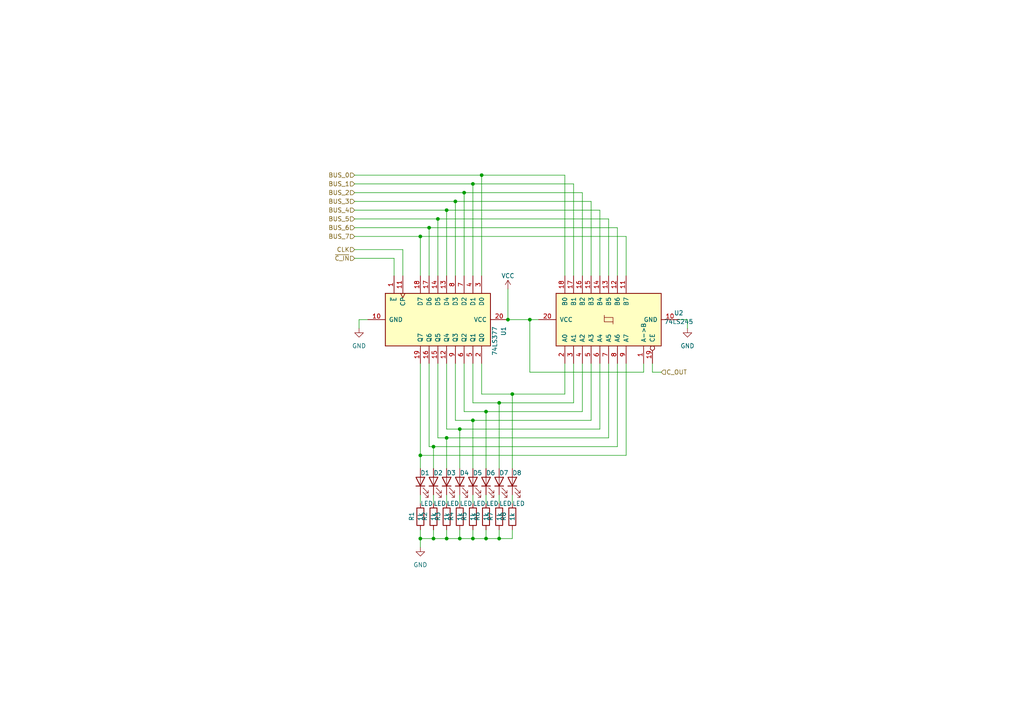
<source format=kicad_sch>
(kicad_sch (version 20230121) (generator eeschema)
  (paper "A4")
  (lib_symbols
    (symbol "74xx:74LS245" (pin_names (offset 1.016))
      (property "Reference" "U" (at -7.62 16.51 0))
      (property "Value" "74LS245" (at -7.62 -16.51 0))
      (symbol "74LS245_1_0"
        (polyline (pts (xy -0.635 -1.27) (xy -0.635 1.27) (xy 0.635 1.27)))
        (polyline (pts (xy -1.27 -1.27) (xy 0.635 -1.27) (xy 0.635 1.27) (xy 1.27 1.27)))
        (pin input line (at -12.7 -10.16 0) (length 5.08) (name "A->B") (number "1"))
        (pin power_in line (at 0 -20.32 90) (length 5.08) (name "GND") (number "10"))
        (pin tri_state line (at 12.7 -5.08 180) (length 5.08) (name "B7") (number "11"))
        (pin tri_state line (at 12.7 -2.54 180) (length 5.08) (name "B6") (number "12"))
        (pin tri_state line (at 12.7 0 180) (length 5.08) (name "B5") (number "13"))
        (pin tri_state line (at 12.7 2.54 180) (length 5.08) (name "B4") (number "14"))
        (pin tri_state line (at 12.7 5.08 180) (length 5.08) (name "B3") (number "15"))
        (pin tri_state line (at 12.7 7.62 180) (length 5.08) (name "B2") (number "16"))
        (pin tri_state line (at 12.7 10.16 180) (length 5.08) (name "B1") (number "17"))
        (pin tri_state line (at 12.7 12.7 180) (length 5.08) (name "B0") (number "18"))
        (pin input inverted (at -12.7 -12.7 0) (length 5.08) (name "CE") (number "19"))
        (pin tri_state line (at -12.7 12.7 0) (length 5.08) (name "A0") (number "2"))
        (pin power_in line (at 0 20.32 270) (length 5.08) (name "VCC") (number "20"))
        (pin tri_state line (at -12.7 10.16 0) (length 5.08) (name "A1") (number "3"))
        (pin tri_state line (at -12.7 7.62 0) (length 5.08) (name "A2") (number "4"))
        (pin tri_state line (at -12.7 5.08 0) (length 5.08) (name "A3") (number "5"))
        (pin tri_state line (at -12.7 2.54 0) (length 5.08) (name "A4") (number "6"))
        (pin tri_state line (at -12.7 0 0) (length 5.08) (name "A5") (number "7"))
        (pin tri_state line (at -12.7 -2.54 0) (length 5.08) (name "A6") (number "8"))
        (pin tri_state line (at -12.7 -5.08 0) (length 5.08) (name "A7") (number "9"))
      )
      (symbol "74LS245_1_1"
        (rectangle (start -7.62 15.24) (end 7.62 -15.24) (stroke (width 0.254)) (fill (type background)))
      )
    )
    (symbol "74xx:74LS377" (pin_names (offset 1.016))
      (property "Reference" "U" (at -7.62 16.51 0))
      (property "Value" "74LS377" (at -7.62 -16.51 0))
      (symbol "74LS377_1_0"
        (pin input line (at -12.7 -12.7 0) (length 5.08) (name "~{E}") (number "1"))
        (pin power_in line (at 0 -20.32 90) (length 5.08) (name "GND") (number "10"))
        (pin input clock (at -12.7 -10.16 0) (length 5.08) (name "CP") (number "11"))
        (pin output line (at 12.7 2.54 180) (length 5.08) (name "Q4") (number "12"))
        (pin input line (at -12.7 2.54 0) (length 5.08) (name "D4") (number "13"))
        (pin input line (at -12.7 0 0) (length 5.08) (name "D5") (number "14"))
        (pin output line (at 12.7 0 180) (length 5.08) (name "Q5") (number "15"))
        (pin output line (at 12.7 -2.54 180) (length 5.08) (name "Q6") (number "16"))
        (pin input line (at -12.7 -2.54 0) (length 5.08) (name "D6") (number "17"))
        (pin input line (at -12.7 -5.08 0) (length 5.08) (name "D7") (number "18"))
        (pin output line (at 12.7 -5.08 180) (length 5.08) (name "Q7") (number "19"))
        (pin output line (at 12.7 12.7 180) (length 5.08) (name "Q0") (number "2"))
        (pin power_in line (at 0 20.32 270) (length 5.08) (name "VCC") (number "20"))
        (pin input line (at -12.7 12.7 0) (length 5.08) (name "D0") (number "3"))
        (pin input line (at -12.7 10.16 0) (length 5.08) (name "D1") (number "4"))
        (pin output line (at 12.7 10.16 180) (length 5.08) (name "Q1") (number "5"))
        (pin output line (at 12.7 7.62 180) (length 5.08) (name "Q2") (number "6"))
        (pin input line (at -12.7 7.62 0) (length 5.08) (name "D2") (number "7"))
        (pin input line (at -12.7 5.08 0) (length 5.08) (name "D3") (number "8"))
        (pin output line (at 12.7 5.08 180) (length 5.08) (name "Q3") (number "9"))
      )
      (symbol "74LS377_1_1"
        (rectangle (start -7.62 15.24) (end 7.62 -15.24) (stroke (width 0.254)) (fill (type background)))
      )
    )
    (symbol "Device:LED" (pin_numbers hide) (pin_names (offset 1.016) hide)
      (property "Reference" "D" (at 0 2.54 0))
      (property "Value" "LED" (at 0 -2.54 0))
      (symbol "LED_0_1"
        (polyline (pts (xy -1.27 -1.27) (xy -1.27 1.27)) (stroke (width 0.254)))
        (polyline (pts (xy -1.27 0) (xy 1.27 0)))
        (polyline (pts (xy 1.27 -1.27) (xy 1.27 1.27) (xy -1.27 0) (xy 1.27 -1.27)) (stroke (width 0.254)))
        (polyline (pts (xy -3.048 -0.762) (xy -4.572 -2.286) (xy -3.81 -2.286) (xy -4.572 -2.286) (xy -4.572 -1.524)))
        (polyline (pts (xy -1.778 -0.762) (xy -3.302 -2.286) (xy -2.54 -2.286) (xy -3.302 -2.286) (xy -3.302 -1.524)))
      )
      (symbol "LED_1_1"
        (pin passive line (at -3.81 0 0) (length 2.54) (name "K") (number "1"))
        (pin passive line (at 3.81 0 180) (length 2.54) (name "A") (number "2"))
      )
    )
    (symbol "Device:R" (pin_numbers hide) (pin_names (offset 0))
      (property "Reference" "R" (at 2.032 0 90))
      (property "Value" "R" (at 0 0 90))
      (symbol "R_0_1"
        (rectangle (start -1.016 -2.54) (end 1.016 2.54) (stroke (width 0.254)))
      )
      (symbol "R_1_1"
        (pin passive line (at 0 3.81 270) (length 1.27) (name "~") (number "1"))
        (pin passive line (at 0 -3.81 90) (length 1.27) (name "~") (number "2"))
      )
    )
    (symbol "power:GND" (power) (pin_names (offset 0))
      (property "Value" "GND" (at 0 -3.81 0))
      (symbol "GND_0_1"
        (polyline (pts (xy 0 0) (xy 0 -1.27) (xy 1.27 -1.27) (xy 0 -2.54) (xy -1.27 -1.27) (xy 0 -1.27)))
      )
      (symbol "GND_1_1"
        (pin power_in line (at 0 0 270) (length 0) hide (name "GND") (number "1"))
      )
    )
    (symbol "power:VCC" (power) (pin_names (offset 0))
      (property "Value" "VCC" (at 0 3.81 0))
      (symbol "VCC_0_1"
        (polyline (pts (xy -0.762 1.27) (xy 0 2.54)))
        (polyline (pts (xy 0 0) (xy 0 2.54)))
        (polyline (pts (xy 0 2.54) (xy 0.762 1.27)))
      )
      (symbol "VCC_1_1"
        (pin power_in line (at 0 0 90) (length 0) hide (name "VCC") (number "1"))
      )
    )
  )
  (junction (at 133.35 124.46))
  (junction (at 144.78 116.84))
  (junction (at 129.54 60.96))
  (junction (at 147.32 92.71))
  (junction (at 121.92 68.58))
  (junction (at 137.16 156.21))
  (junction (at 132.08 58.42))
  (junction (at 144.78 156.21))
  (junction (at 153.67 92.71))
  (junction (at 124.46 66.04))
  (junction (at 133.35 156.21))
  (junction (at 140.97 119.38))
  (junction (at 148.59 114.3))
  (junction (at 127 63.5))
  (junction (at 129.54 127))
  (junction (at 139.7 50.8))
  (junction (at 140.97 156.21))
  (junction (at 134.62 55.88))
  (junction (at 129.54 156.21))
  (junction (at 121.92 156.21))
  (junction (at 137.16 53.34))
  (junction (at 121.92 132.08))
  (junction (at 137.16 121.92))
  (junction (at 125.73 129.54))
  (junction (at 125.73 156.21))
  (wire (pts (xy 102.87 63.5) (xy 127 63.5)))
  (wire (pts (xy 124.46 66.04) (xy 179.07 66.04)))
  (wire (pts (xy 121.92 68.58) (xy 181.61 68.58)))
  (wire (pts (xy 139.7 114.3) (xy 148.59 114.3)))
  (wire (pts (xy 144.78 116.84) (xy 166.37 116.84)))
  (wire (pts (xy 129.54 127) (xy 129.54 135.89)))
  (wire (pts (xy 168.91 55.88) (xy 168.91 80.01)))
  (wire (pts (xy 124.46 105.41) (xy 124.46 129.54)))
  (wire (pts (xy 173.99 124.46) (xy 133.35 124.46)))
  (wire (pts (xy 129.54 80.01) (xy 129.54 60.96)))
  (wire (pts (xy 140.97 143.51) (xy 140.97 146.05)))
  (wire (pts (xy 171.45 80.01) (xy 171.45 58.42)))
  (wire (pts (xy 124.46 66.04) (xy 102.87 66.04)))
  (wire (pts (xy 179.07 66.04) (xy 179.07 80.01)))
  (wire (pts (xy 181.61 105.41) (xy 181.61 132.08)))
  (wire (pts (xy 125.73 153.67) (xy 125.73 156.21)))
  (wire (pts (xy 148.59 143.51) (xy 148.59 146.05)))
  (wire (pts (xy 137.16 53.34) (xy 137.16 80.01)))
  (wire (pts (xy 127 127) (xy 129.54 127)))
  (wire (pts (xy 144.78 116.84) (xy 144.78 135.89)))
  (wire (pts (xy 137.16 153.67) (xy 137.16 156.21)))
  (wire (pts (xy 139.7 50.8) (xy 102.87 50.8)))
  (wire (pts (xy 179.07 105.41) (xy 179.07 129.54)))
  (wire (pts (xy 176.53 105.41) (xy 176.53 127)))
  (wire (pts (xy 121.92 132.08) (xy 121.92 135.89)))
  (wire (pts (xy 140.97 119.38) (xy 134.62 119.38)))
  (wire (pts (xy 125.73 156.21) (xy 129.54 156.21)))
  (wire (pts (xy 127 63.5) (xy 176.53 63.5)))
  (wire (pts (xy 173.99 60.96) (xy 173.99 80.01)))
  (wire (pts (xy 134.62 80.01) (xy 134.62 55.88)))
  (wire (pts (xy 133.35 124.46) (xy 133.35 135.89)))
  (wire (pts (xy 173.99 105.41) (xy 173.99 124.46)))
  (wire (pts (xy 189.23 105.41) (xy 189.23 107.95)))
  (wire (pts (xy 124.46 80.01) (xy 124.46 66.04)))
  (wire (pts (xy 171.45 105.41) (xy 171.45 121.92)))
  (wire (pts (xy 102.87 72.39) (xy 116.84 72.39)))
  (wire (pts (xy 140.97 156.21) (xy 144.78 156.21)))
  (wire (pts (xy 140.97 153.67) (xy 140.97 156.21)))
  (wire (pts (xy 134.62 105.41) (xy 134.62 119.38)))
  (wire (pts (xy 163.83 80.01) (xy 163.83 50.8)))
  (wire (pts (xy 121.92 68.58) (xy 121.92 80.01)))
  (wire (pts (xy 139.7 105.41) (xy 139.7 114.3)))
  (wire (pts (xy 102.87 58.42) (xy 132.08 58.42)))
  (wire (pts (xy 137.16 116.84) (xy 144.78 116.84)))
  (wire (pts (xy 121.92 143.51) (xy 121.92 146.05)))
  (wire (pts (xy 166.37 105.41) (xy 166.37 116.84)))
  (wire (pts (xy 132.08 121.92) (xy 137.16 121.92)))
  (wire (pts (xy 127 105.41) (xy 127 127)))
  (wire (pts (xy 125.73 129.54) (xy 124.46 129.54)))
  (wire (pts (xy 163.83 105.41) (xy 163.83 114.3)))
  (wire (pts (xy 147.32 83.82) (xy 147.32 92.71)))
  (wire (pts (xy 133.35 153.67) (xy 133.35 156.21)))
  (wire (pts (xy 139.7 80.01) (xy 139.7 50.8)))
  (wire (pts (xy 129.54 153.67) (xy 129.54 156.21)))
  (wire (pts (xy 147.32 92.71) (xy 153.67 92.71)))
  (wire (pts (xy 144.78 153.67) (xy 144.78 156.21)))
  (wire (pts (xy 144.78 156.21) (xy 148.59 156.21)))
  (wire (pts (xy 171.45 58.42) (xy 132.08 58.42)))
  (wire (pts (xy 168.91 105.41) (xy 168.91 119.38)))
  (wire (pts (xy 114.3 74.93) (xy 114.3 80.01)))
  (wire (pts (xy 121.92 156.21) (xy 125.73 156.21)))
  (wire (pts (xy 140.97 119.38) (xy 140.97 135.89)))
  (wire (pts (xy 148.59 156.21) (xy 148.59 153.67)))
  (wire (pts (xy 133.35 156.21) (xy 137.16 156.21)))
  (wire (pts (xy 129.54 60.96) (xy 102.87 60.96)))
  (wire (pts (xy 148.59 114.3) (xy 148.59 135.89)))
  (wire (pts (xy 121.92 153.67) (xy 121.92 156.21)))
  (wire (pts (xy 153.67 92.71) (xy 153.67 107.95)))
  (wire (pts (xy 102.87 74.93) (xy 114.3 74.93)))
  (wire (pts (xy 132.08 58.42) (xy 132.08 80.01)))
  (wire (pts (xy 189.23 107.95) (xy 191.77 107.95)))
  (wire (pts (xy 121.92 105.41) (xy 121.92 132.08)))
  (wire (pts (xy 129.54 143.51) (xy 129.54 146.05)))
  (wire (pts (xy 176.53 63.5) (xy 176.53 80.01)))
  (wire (pts (xy 125.73 143.51) (xy 125.73 146.05)))
  (wire (pts (xy 129.54 60.96) (xy 173.99 60.96)))
  (wire (pts (xy 199.39 92.71) (xy 196.85 92.71)))
  (wire (pts (xy 137.16 105.41) (xy 137.16 116.84)))
  (wire (pts (xy 102.87 53.34) (xy 137.16 53.34)))
  (wire (pts (xy 179.07 129.54) (xy 125.73 129.54)))
  (wire (pts (xy 104.14 92.71) (xy 106.68 92.71)))
  (wire (pts (xy 199.39 95.25) (xy 199.39 92.71)))
  (wire (pts (xy 137.16 156.21) (xy 140.97 156.21)))
  (wire (pts (xy 102.87 68.58) (xy 121.92 68.58)))
  (wire (pts (xy 166.37 53.34) (xy 137.16 53.34)))
  (wire (pts (xy 137.16 143.51) (xy 137.16 146.05)))
  (wire (pts (xy 129.54 156.21) (xy 133.35 156.21)))
  (wire (pts (xy 121.92 156.21) (xy 121.92 158.75)))
  (wire (pts (xy 166.37 80.01) (xy 166.37 53.34)))
  (wire (pts (xy 125.73 129.54) (xy 125.73 135.89)))
  (wire (pts (xy 163.83 50.8) (xy 139.7 50.8)))
  (wire (pts (xy 133.35 143.51) (xy 133.35 146.05)))
  (wire (pts (xy 116.84 72.39) (xy 116.84 80.01)))
  (wire (pts (xy 137.16 121.92) (xy 137.16 135.89)))
  (wire (pts (xy 127 63.5) (xy 127 80.01)))
  (wire (pts (xy 153.67 107.95) (xy 186.69 107.95)))
  (wire (pts (xy 121.92 132.08) (xy 181.61 132.08)))
  (wire (pts (xy 153.67 92.71) (xy 156.21 92.71)))
  (wire (pts (xy 132.08 105.41) (xy 132.08 121.92)))
  (wire (pts (xy 186.69 105.41) (xy 186.69 107.95)))
  (wire (pts (xy 129.54 105.41) (xy 129.54 124.46)))
  (wire (pts (xy 137.16 121.92) (xy 171.45 121.92)))
  (wire (pts (xy 134.62 55.88) (xy 168.91 55.88)))
  (wire (pts (xy 133.35 124.46) (xy 129.54 124.46)))
  (wire (pts (xy 129.54 127) (xy 176.53 127)))
  (wire (pts (xy 148.59 114.3) (xy 163.83 114.3)))
  (wire (pts (xy 168.91 119.38) (xy 140.97 119.38)))
  (wire (pts (xy 104.14 95.25) (xy 104.14 92.71)))
  (wire (pts (xy 134.62 55.88) (xy 102.87 55.88)))
  (wire (pts (xy 181.61 68.58) (xy 181.61 80.01)))
  (wire (pts (xy 144.78 143.51) (xy 144.78 146.05)))
  (hierarchical_label "BUS_6" (shape input) (at 102.87 66.04 180))
  (hierarchical_label "CLK" (shape input) (at 102.87 72.39 180))
  (hierarchical_label "BUS_2" (shape input) (at 102.87 55.88 180))
  (hierarchical_label "~{C_IN}" (shape input) (at 102.87 74.93 180))
  (hierarchical_label "BUS_4" (shape input) (at 102.87 60.96 180))
  (hierarchical_label "BUS_1" (shape input) (at 102.87 53.34 180))
  (hierarchical_label "BUS_7" (shape input) (at 102.87 68.58 180))
  (hierarchical_label "BUS_3" (shape input) (at 102.87 58.42 180))
  (hierarchical_label "BUS_0" (shape input) (at 102.87 50.8 180))
  (hierarchical_label "C_OUT" (shape input) (at 191.77 107.95 0))
  (hierarchical_label "BUS_5" (shape input) (at 102.87 63.5 180))
  (symbol (lib_id "Device:R") (at 144.78 149.86 0) (unit 1)
    (property "Reference" "R7" (at 142.24 151.13 90) (effects (justify left)))
    (property "Value" "1k" (at 144.78 151.13 90) (effects (justify left)))
    (instances (project "schematics" (path "" (reference "R7") (unit 1)) (path "" (reference "R15") (unit 1)) (path "" (reference "R23") (unit 1))))
  )
  (symbol (lib_id "Device:LED") (at 148.59 139.7 90) (unit 1)
    (property "Reference" "D8" (at 148.59 137.16 90) (effects (justify right)))
    (property "Value" "LED" (at 148.59 146.05 90) (effects (justify right)))
    (instances (project "schematics" (path "" (reference "D8") (unit 1)) (path "" (reference "D16") (unit 1)) (path "" (reference "D24") (unit 1))))
  )
  (symbol (lib_id "Device:R") (at 125.73 149.86 0) (unit 1)
    (property "Reference" "R2" (at 123.19 151.13 90) (effects (justify left)))
    (property "Value" "1k" (at 125.73 151.13 90) (effects (justify left)))
    (instances (project "schematics" (path "" (reference "R2") (unit 1)) (path "" (reference "R10") (unit 1)) (path "" (reference "R18") (unit 1))))
  )
  (symbol (lib_id "Device:LED") (at 140.97 139.7 90) (unit 1)
    (property "Reference" "D6" (at 140.97 137.16 90) (effects (justify right)))
    (property "Value" "LED" (at 140.97 146.05 90) (effects (justify right)))
    (instances (project "schematics" (path "" (reference "D6") (unit 1)) (path "" (reference "D14") (unit 1)) (path "" (reference "D22") (unit 1))))
  )
  (symbol (lib_id "Device:LED") (at 144.78 139.7 90) (unit 1)
    (property "Reference" "D7" (at 144.78 137.16 90) (effects (justify right)))
    (property "Value" "LED" (at 144.78 146.05 90) (effects (justify right)))
    (instances (project "schematics" (path "" (reference "D7") (unit 1)) (path "" (reference "D15") (unit 1)) (path "" (reference "D23") (unit 1))))
  )
  (symbol (lib_id "Device:LED") (at 129.54 139.7 90) (unit 1)
    (property "Reference" "D3" (at 129.54 137.16 90) (effects (justify right)))
    (property "Value" "LED" (at 129.54 146.05 90) (effects (justify right)))
    (instances (project "schematics" (path "" (reference "D3") (unit 1)) (path "" (reference "D11") (unit 1)) (path "" (reference "D19") (unit 1))))
  )
  (symbol (lib_id "Device:LED") (at 125.73 139.7 90) (unit 1)
    (property "Reference" "D2" (at 125.73 137.16 90) (effects (justify right)))
    (property "Value" "LED" (at 125.73 146.05 90) (effects (justify right)))
    (instances (project "schematics" (path "" (reference "D2") (unit 1)) (path "" (reference "D10") (unit 1)) (path "" (reference "D18") (unit 1))))
  )
  (symbol (lib_id "Device:R") (at 129.54 149.86 0) (unit 1)
    (property "Reference" "R3" (at 127 151.13 90) (effects (justify left)))
    (property "Value" "1k" (at 129.54 151.13 90) (effects (justify left)))
    (instances (project "schematics" (path "" (reference "R3") (unit 1)) (path "" (reference "R11") (unit 1)) (path "" (reference "R19") (unit 1))))
  )
  (symbol (lib_id "power:GND") (at 199.39 95.25 0) (unit 1)
    (property "Reference" "#PWR01" (effects hide))
    (property "Value" "GND" (at 199.39 100.33 0))
    (instances (project "schematics" (path "" (reference "#PWR01") (unit 1)) (path "" (reference "#PWR08") (unit 1)) (path "" (reference "#PWR012") (unit 1))))
  )
  (symbol (lib_id "Device:LED") (at 133.35 139.7 90) (unit 1)
    (property "Reference" "D4" (at 133.35 137.16 90) (effects (justify right)))
    (property "Value" "LED" (at 133.35 146.05 90) (effects (justify right)))
    (instances (project "schematics" (path "" (reference "D4") (unit 1)) (path "" (reference "D12") (unit 1)) (path "" (reference "D20") (unit 1))))
  )
  (symbol (lib_id "Device:R") (at 133.35 149.86 0) (unit 1)
    (property "Reference" "R4" (at 130.81 151.13 90) (effects (justify left)))
    (property "Value" "1k" (at 133.35 151.13 90) (effects (justify left)))
    (instances (project "schematics" (path "" (reference "R4") (unit 1)) (path "" (reference "R12") (unit 1)) (path "" (reference "R20") (unit 1))))
  )
  (symbol (lib_id "Device:LED") (at 121.92 139.7 90) (unit 1)
    (property "Reference" "D1" (at 121.92 137.16 90) (effects (justify right)))
    (property "Value" "LED" (at 121.92 146.05 90) (effects (justify right)))
    (instances (project "schematics" (path "" (reference "D1") (unit 1)) (path "" (reference "D9") (unit 1)) (path "" (reference "D17") (unit 1))))
  )
  (symbol (lib_id "power:GND") (at 121.92 158.75 0) (unit 1)
    (property "Reference" "#PWR03" (effects hide))
    (property "Value" "GND" (at 121.92 163.83 0))
    (instances (project "schematics" (path "" (reference "#PWR03") (unit 1)) (path "" (reference "#PWR06") (unit 1)) (path "" (reference "#PWR010") (unit 1))))
  )
  (symbol (lib_id "Device:R") (at 140.97 149.86 0) (unit 1)
    (property "Reference" "R6" (at 138.43 151.13 90) (effects (justify left)))
    (property "Value" "1k" (at 140.97 151.13 90) (effects (justify left)))
    (instances (project "schematics" (path "" (reference "R6") (unit 1)) (path "" (reference "R14") (unit 1)) (path "" (reference "R22") (unit 1))))
  )
  (symbol (lib_id "Device:R") (at 148.59 149.86 0) (unit 1)
    (property "Reference" "R8" (at 146.05 151.13 90) (effects (justify left)))
    (property "Value" "1k" (at 148.59 151.13 90) (effects (justify left)))
    (instances (project "schematics" (path "" (reference "R8") (unit 1)) (path "" (reference "R16") (unit 1)) (path "" (reference "R24") (unit 1))))
  )
  (symbol (lib_id "Device:R") (at 137.16 149.86 0) (unit 1)
    (property "Reference" "R5" (at 134.62 151.13 90) (effects (justify left)))
    (property "Value" "1k" (at 137.16 151.13 90) (effects (justify left)))
    (instances (project "schematics" (path "" (reference "R5") (unit 1)) (path "" (reference "R13") (unit 1)) (path "" (reference "R21") (unit 1))))
  )
  (symbol (lib_id "power:GND") (at 104.14 95.25 0) (unit 1)
    (property "Reference" "#PWR02" (effects hide))
    (property "Value" "GND" (at 104.14 100.33 0))
    (instances (project "schematics" (path "" (reference "#PWR02") (unit 1)) (path "" (reference "#PWR05") (unit 1)) (path "" (reference "#PWR09") (unit 1))))
  )
  (symbol (lib_id "Device:LED") (at 137.16 139.7 90) (unit 1)
    (property "Reference" "D5" (at 137.16 137.16 90) (effects (justify right)))
    (property "Value" "LED" (at 137.16 146.05 90) (effects (justify right)))
    (instances (project "schematics" (path "" (reference "D5") (unit 1)) (path "" (reference "D13") (unit 1)) (path "" (reference "D21") (unit 1))))
  )
  (symbol (lib_id "74xx:74LS245") (at 176.53 92.71 90) (unit 1)
    (property "Reference" "U2" (at 196.85 90.7797 90))
    (property "Value" "74LS245" (at 196.85 93.3197 90))
    (property "Datasheet" "http://www.ti.com/lit/gpn/sn74LS245" (effects hide))
    (instances (project "schematics" (path "" (reference "U2") (unit 1)) (path "" (reference "U4") (unit 1)) (path "" (reference "U6") (unit 1))))
  )
  (symbol (lib_id "Device:R") (at 121.92 149.86 0) (unit 1)
    (property "Reference" "R1" (at 119.38 151.13 90) (effects (justify left)))
    (property "Value" "1k" (at 121.92 151.13 90) (effects (justify left)))
    (instances (project "schematics" (path "" (reference "R1") (unit 1)) (path "" (reference "R9") (unit 1)) (path "" (reference "R17") (unit 1))))
  )
  (symbol (lib_id "74xx:74LS377") (at 127 92.71 270) (unit 1)
    (property "Reference" "U1" (at 146.05 94.6659 0) (effects (justify left)))
    (property "Value" "74LS377" (at 143.51 94.6659 0) (effects (justify left)))
    (property "Datasheet" "http://www.ti.com/lit/gpn/sn74LS377" (effects hide))
    (instances (project "schematics" (path "" (reference "U1") (unit 1)) (path "" (reference "U3") (unit 1)) (path "" (reference "U5") (unit 1))))
  )
  (symbol (lib_id "power:VCC") (at 147.32 83.82 0) (unit 1)
    (property "Reference" "#PWR04" (effects hide))
    (property "Value" "VCC" (at 147.32 80.01 0))
    (instances (project "schematics" (path "" (reference "#PWR04") (unit 1)) (path "" (reference "#PWR07") (unit 1)) (path "" (reference "#PWR011") (unit 1))))
  )
)
</source>
